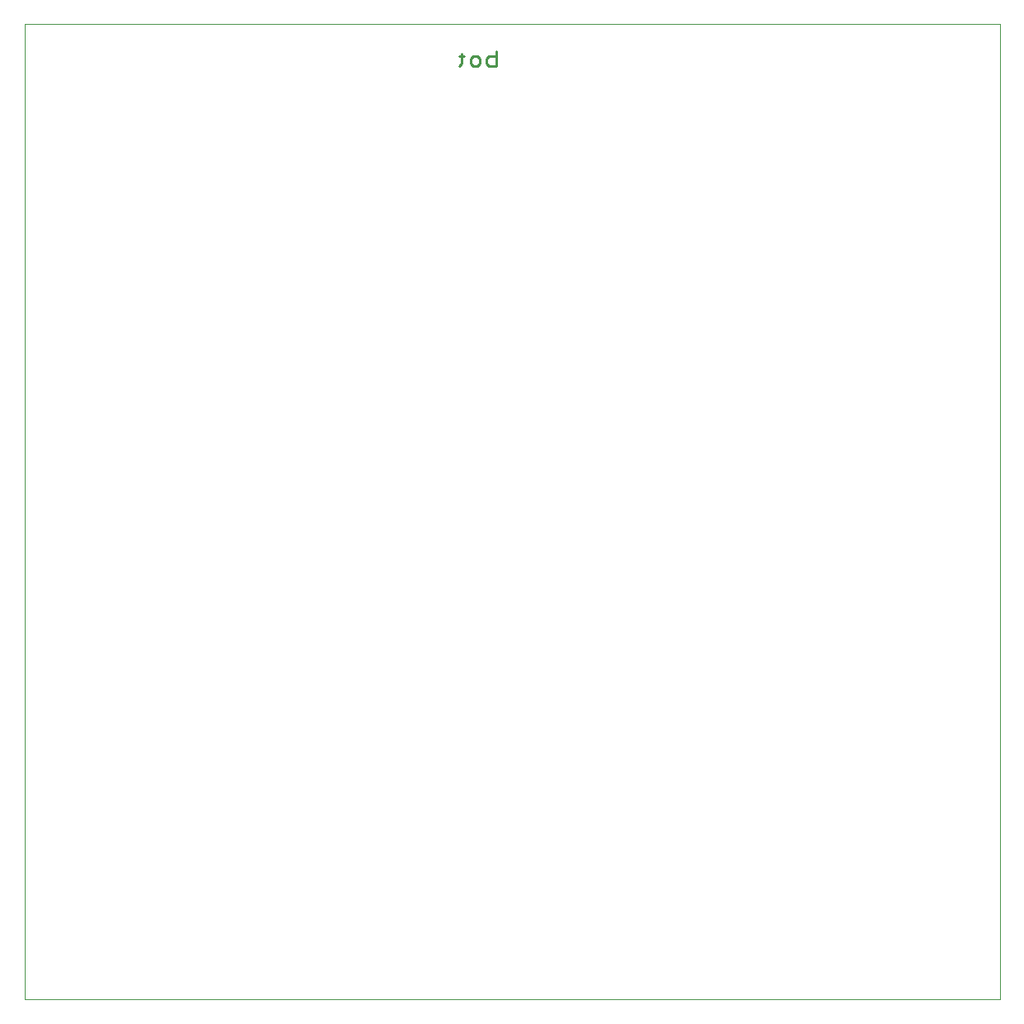
<source format=gbo>
G75*
%MOIN*%
%OFA0B0*%
%FSLAX24Y24*%
%IPPOS*%
%LPD*%
%AMOC8*
5,1,8,0,0,1.08239X$1,22.5*
%
%ADD10C,0.0000*%
%ADD11C,0.0110*%
D10*
X000180Y000180D02*
X000180Y039550D01*
X039550Y039550D01*
X039550Y000180D01*
X000180Y000180D01*
D11*
X017734Y037873D02*
X017832Y037971D01*
X017832Y038365D01*
X017930Y038266D02*
X017734Y038266D01*
X018181Y038168D02*
X018181Y037971D01*
X018280Y037873D01*
X018477Y037873D01*
X018575Y037971D01*
X018575Y038168D01*
X018477Y038266D01*
X018280Y038266D01*
X018181Y038168D01*
X018826Y038168D02*
X018826Y037971D01*
X018924Y037873D01*
X019219Y037873D01*
X019219Y038463D01*
X019219Y038266D02*
X018924Y038266D01*
X018826Y038168D01*
M02*

</source>
